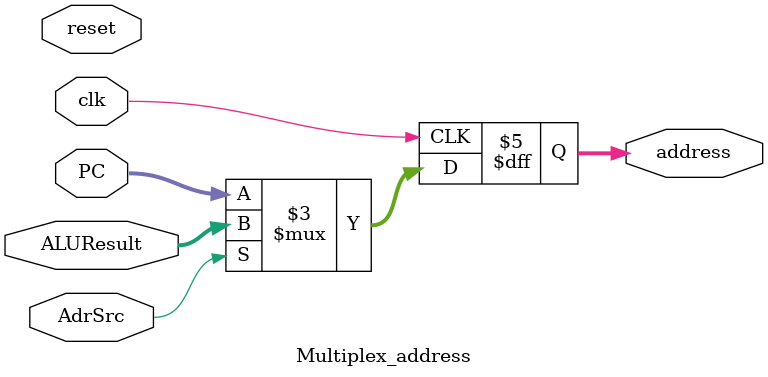
<source format=v>
module Multiplex_address(clk, reset, PC, ALUResult, AdrSrc, address);
input clk, reset;
input AdrSrc;
input [31:0] PC, ALUResult;
output reg [31:0] address;
 
always @ (posedge clk)
begin
	
	if(AdrSrc) begin
	   address = ALUResult;
	end
	else begin
	   address = PC;
	end
end 
endmodule

</source>
